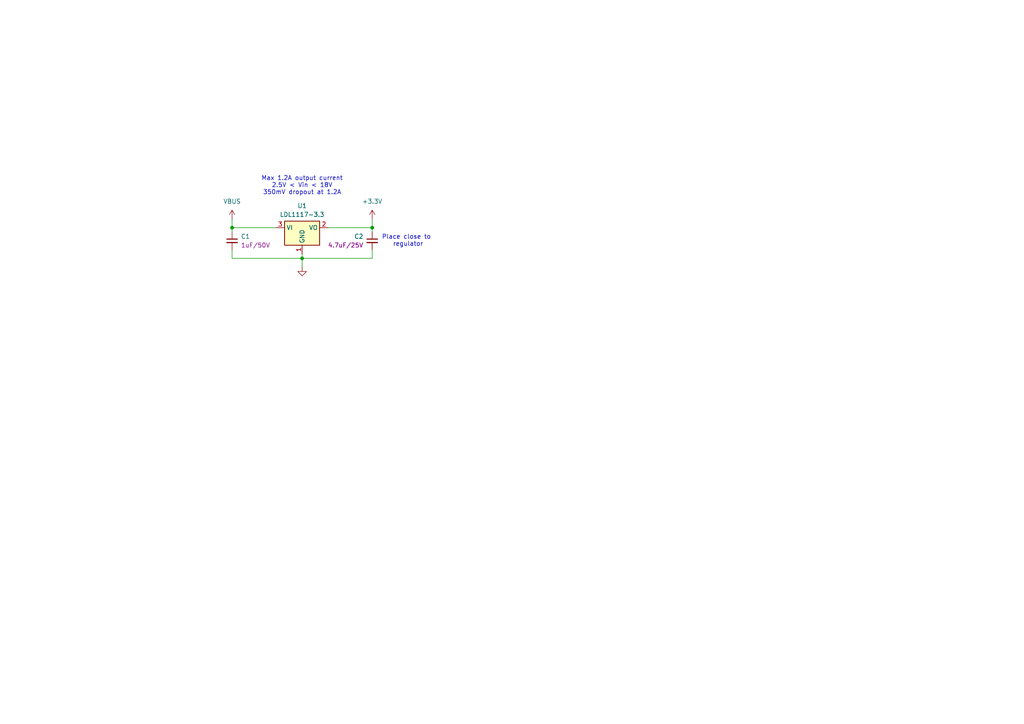
<source format=kicad_sch>
(kicad_sch (version 20250114) (generator "eeschema") (generator_version "9.0")
  (paper "A4")
  (lib_symbols
    (symbol "Lichen:1uF_0805_50V" (pin_numbers (hide yes)) (pin_names (offset 0.254) (hide yes))
      (property "Reference" "C1" (at 2.54 1.2638 0))
      (property "Display" "1uF/50V" (at 2.54 -1.2762 0))
      (symbol "1uF_0805_50V_0_1"
        (polyline (pts (xy -1.524 0.508) (xy 1.524 0.508)) (stroke (width 0.3048)))
        (polyline (pts (xy -1.524 -0.508) (xy 1.524 -0.508)) (stroke (width 0.3302)))
      )
      (symbol "1uF_0805_50V_1_1"
        (pin passive line (at 0 2.54 270) (length 2.032) (name "~") (number "1"))
        (pin passive line (at 0 -2.54 90) (length 2.032) (name "~") (number "2"))
      )
    )
    (symbol "Lichen:4.7uF_0805_25V" (pin_numbers (hide yes)) (pin_names (offset 0.254) (hide yes))
      (property "Reference" "C2" (at 2.54 1.2638 0))
      (property "Display" "4.7uF/25V" (at 2.54 -1.2762 0))
      (symbol "4.7uF_0805_25V_0_1"
        (polyline (pts (xy -1.524 0.508) (xy 1.524 0.508)) (stroke (width 0.3048)))
        (polyline (pts (xy -1.524 -0.508) (xy 1.524 -0.508)) (stroke (width 0.3302)))
      )
      (symbol "4.7uF_0805_25V_1_1"
        (pin passive line (at 0 2.54 270) (length 2.032) (name "~") (number "1"))
        (pin passive line (at 0 -2.54 90) (length 2.032) (name "~") (number "2"))
      )
    )
    (symbol "Lichen:LDL1117S33R"
      (property "Reference" "U1" (at 0 6.35 0))
      (property "Value" "LDL1117-3.3" (at 0 3.81 0))
      (symbol "LDL1117S33R_0_1"
        (rectangle (start -5.08 -5.08) (end 5.08 1.905) (stroke (width 0.254)) (fill (type background)))
      )
      (symbol "LDL1117S33R_1_1"
        (pin power_in line (at -7.62 0 0) (length 2.54) (name "VI") (number "3"))
        (pin power_in line (at 0 -7.62 90) (length 2.54) (name "GND") (number "1"))
        (pin power_out line (at 7.62 0 180) (length 2.54) (name "VO") (number "2"))
      )
    )
    (symbol "power:+3.3V" (power) (pin_numbers (hide yes)) (pin_names (offset 0) (hide yes))
      (property "Value" "+3.3V" (at 0 3.556 0))
      (symbol "+3.3V_0_1"
        (polyline (pts (xy -0.762 1.27) (xy 0 2.54)))
        (polyline (pts (xy 0 2.54) (xy 0.762 1.27)))
        (polyline (pts (xy 0 0) (xy 0 2.54)))
      )
      (symbol "+3.3V_1_1"
        (pin power_in line (at 0 0 90) (length 0) (name "~") (number "1"))
      )
    )
    (symbol "power:GND" (power) (pin_numbers (hide yes)) (pin_names (offset 0) (hide yes))
      (property "Value" "GND" (at 0 -3.81 0))
      (symbol "GND_0_1"
        (polyline (pts (xy 0 0) (xy 0 -1.27) (xy 1.27 -1.27) (xy 0 -2.54) (xy -1.27 -1.27) (xy 0 -1.27)))
      )
      (symbol "GND_1_1"
        (pin power_in line (at 0 0 270) (length 0) (name "~") (number "1"))
      )
    )
    (symbol "power:VBUS" (power) (pin_numbers (hide yes)) (pin_names (offset 0) (hide yes))
      (property "Value" "VBUS" (at 0 3.556 0))
      (symbol "VBUS_0_1"
        (polyline (pts (xy -0.762 1.27) (xy 0 2.54)))
        (polyline (pts (xy 0 2.54) (xy 0.762 1.27)))
        (polyline (pts (xy 0 0) (xy 0 2.54)))
      )
      (symbol "VBUS_1_1"
        (pin power_in line (at 0 0 90) (length 0) (name "~") (number "1"))
      )
    )
  )
  (text "Max 1.2A output current\n2.5V < Vin < 18V\n350mV dropout at 1.2A\n" (at 87.63 53.848 0) (effects (font (size 1.27 1.27))))
  (text "Place close to \nregulator" (at 118.364 69.85 0) (effects (font (size 1.27 1.27))))
  (junction (at 107.95 66.04))
  (junction (at 67.31 66.04))
  (junction (at 87.63 74.93))
  (wire (pts (xy 107.95 66.04) (xy 107.95 67.31)))
  (wire (pts (xy 67.31 67.31) (xy 67.31 66.04)))
  (wire (pts (xy 67.31 72.39) (xy 67.31 74.93)))
  (wire (pts (xy 87.63 74.93) (xy 87.63 73.66)))
  (wire (pts (xy 107.95 72.39) (xy 107.95 74.93)))
  (wire (pts (xy 87.63 77.47) (xy 87.63 74.93)))
  (wire (pts (xy 67.31 74.93) (xy 87.63 74.93)))
  (wire (pts (xy 95.25 66.04) (xy 107.95 66.04)))
  (wire (pts (xy 107.95 63.5) (xy 107.95 66.04)))
  (wire (pts (xy 67.31 63.5) (xy 67.31 66.04)))
  (wire (pts (xy 107.95 74.93) (xy 87.63 74.93)))
  (wire (pts (xy 80.01 66.04) (xy 67.31 66.04)))
  (symbol (lib_id "Lichen:4.7uF_0805_25V") (at 107.95 69.85 0) (mirror y) (unit 1)
    (property "Reference" "C2" (at 105.41 68.5862 0) (effects (justify left)))
    (property "Value" "4.7uF_0805_25V" (effects (hide yes)))
    (property "Footprint" "Lichen:C_0805" (effects (hide yes)))
    (property "Description" "25V 4.7uF X5R ±10% 0805" (effects (hide yes)))
    (property "Specifications" "25V 4.7uF X5R ±10% 0805" (effects (hide yes)))
    (property "Manufacturer" "Samsung Electro-Mechanics" (effects (hide yes)))
    (property "Part Number" "CL21A475KAQNNNE" (effects (hide yes)))
    (property "Display" "4.7uF/25V" (at 105.41 71.1262 0) (effects (justify left)))
    (property "LCSC" "C1779" (effects (hide yes)))
  )
  (symbol (lib_id "Lichen:LDL1117S33R") (at 87.63 66.04 0) (unit 1)
    (property "Reference" "U1" (at 87.63 59.69 0))
    (property "Value" "LDL1117-3.3" (at 87.63 62.23 0))
    (property "Footprint" "Package_TO_SOT_SMD:SOT-223-3_TabPin2" (effects (hide yes)))
    (property "Datasheet" "https://jlcpcb.com/api/file/downloadByFileSystemAccessId/8588893317665075200" (effects (hide yes)))
    (property "Description" "1.2A 18V 3.3V 500uA 600mV@(1.2A) 60uVrms 87dB@(120Hz) SOT-223-4 LDO" (effects (hide yes)))
    (property "Manufacturer" "STMicroelectronics" (effects (hide yes)))
    (property "Part Number" "LDL1117S33R" (effects (hide yes)))
    (property "LCSC" "C435835" (effects (hide yes)))
  )
  (symbol (lib_id "power:VBUS") (at 67.31 63.5 0) (unit 1)
    (property "Reference" "#PWR01" (effects (hide yes)))
    (property "Value" "VBUS" (at 67.31 58.42 0))
    (property "Description" "Power symbol creates a global label with name \"VBUS\"" (effects (hide yes)))
  )
  (symbol (lib_id "power:+3.3V") (at 107.95 63.5 0) (unit 1)
    (property "Reference" "#PWR02" (effects (hide yes)))
    (property "Value" "+3.3V" (at 107.95 58.42 0))
    (property "Description" "Power symbol creates a global label with name \"+3.3V\"" (effects (hide yes)))
  )
  (symbol (lib_id "Lichen:1uF_0805_50V") (at 67.31 69.85 0) (unit 1)
    (property "Reference" "C1" (at 69.85 68.5862 0) (effects (justify left)))
    (property "Value" "1uF_0805_50V" (effects (hide yes)))
    (property "Footprint" "Lichen:C_0805" (effects (hide yes)))
    (property "Description" "1uF 50V X7R ±10% 0805" (effects (hide yes)))
    (property "Specifications" "1uF 50V X7R ±10% 0805" (effects (hide yes)))
    (property "Manufacturer" "Samsung Electro-Mechanics" (effects (hide yes)))
    (property "Part Number" "CL21B105KBFNNNE" (effects (hide yes)))
    (property "Display" "1uF/50V" (at 69.85 71.1262 0) (effects (justify left)))
    (property "LCSC" "C28323" (effects (hide yes)))
  )
  (symbol (lib_id "power:GND") (at 87.63 77.47 0) (unit 1)
    (property "Reference" "#PWR03" (effects (hide yes)))
    (property "Value" "GND" (effects (hide yes)))
    (property "Description" "Power symbol creates a global label with name \"GND\" , ground" (effects (hide yes)))
  )
)
</source>
